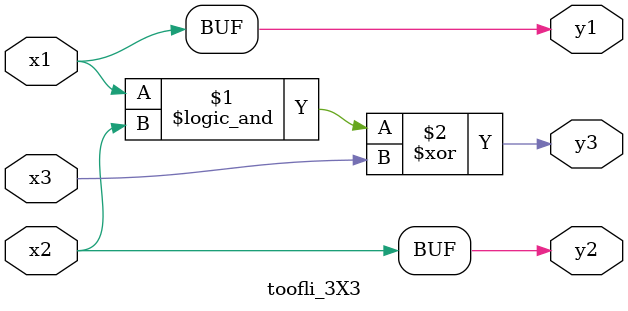
<source format=v>
`timescale 1ns / 1ps

module toofli_3X3(
    input x1,
    input x2,
    input x3,
    output y1,
    output y2,
    output y3
    );
    
    assign y1 = x1;
    assign y2 = x2;
    assign y3 = (x1 && x2) ^ x3;
    
endmodule
</source>
